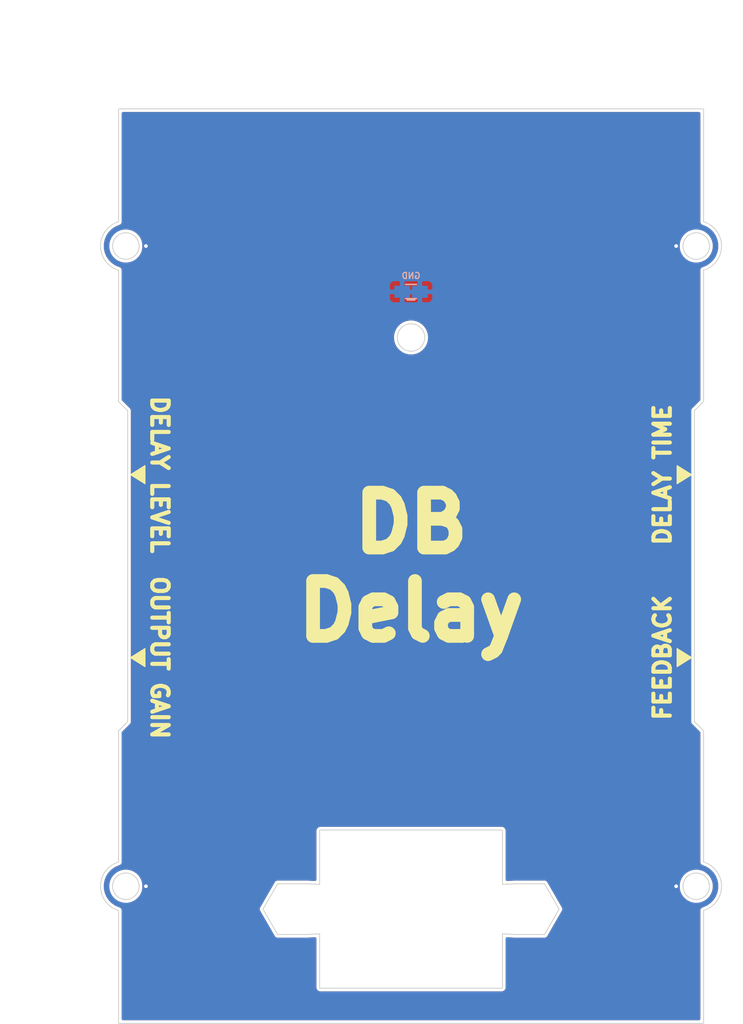
<source format=kicad_pcb>
(kicad_pcb (version 20171130) (host pcbnew "(5.1.6)-1")

  (general
    (thickness 1.6)
    (drawings 95)
    (tracks 4)
    (zones 0)
    (modules 1)
    (nets 2)
  )

  (page A4)
  (layers
    (0 F.Cu signal)
    (31 B.Cu signal)
    (32 B.Adhes user)
    (33 F.Adhes user)
    (34 B.Paste user)
    (35 F.Paste user)
    (36 B.SilkS user)
    (37 F.SilkS user)
    (38 B.Mask user)
    (39 F.Mask user)
    (40 Dwgs.User user)
    (41 Cmts.User user)
    (42 Eco1.User user)
    (43 Eco2.User user)
    (44 Edge.Cuts user)
    (45 Margin user)
    (46 B.CrtYd user)
    (47 F.CrtYd user)
    (48 B.Fab user)
    (49 F.Fab user)
  )

  (setup
    (last_trace_width 0.25)
    (user_trace_width 0.3)
    (user_trace_width 0.4)
    (user_trace_width 0.5)
    (user_trace_width 0.75)
    (user_trace_width 1)
    (user_trace_width 2)
    (user_trace_width 3)
    (trace_clearance 0.2)
    (zone_clearance 0.3)
    (zone_45_only no)
    (trace_min 0.2)
    (via_size 0.8)
    (via_drill 0.4)
    (via_min_size 0.4)
    (via_min_drill 0.3)
    (uvia_size 0.3)
    (uvia_drill 0.1)
    (uvias_allowed no)
    (uvia_min_size 0.2)
    (uvia_min_drill 0.1)
    (edge_width 0.1)
    (segment_width 0.2)
    (pcb_text_width 0.3)
    (pcb_text_size 1.5 1.5)
    (mod_edge_width 0.15)
    (mod_text_size 1 1)
    (mod_text_width 0.15)
    (pad_size 1.7 1.3)
    (pad_drill 0)
    (pad_to_mask_clearance 0.05)
    (aux_axis_origin 0 0)
    (visible_elements 7EFFFFFF)
    (pcbplotparams
      (layerselection 0x010f0_ffffffff)
      (usegerberextensions true)
      (usegerberattributes false)
      (usegerberadvancedattributes false)
      (creategerberjobfile false)
      (excludeedgelayer true)
      (linewidth 0.100000)
      (plotframeref false)
      (viasonmask false)
      (mode 1)
      (useauxorigin true)
      (hpglpennumber 1)
      (hpglpenspeed 20)
      (hpglpendiameter 15.000000)
      (psnegative false)
      (psa4output false)
      (plotreference true)
      (plotvalue true)
      (plotinvisibletext false)
      (padsonsilk false)
      (subtractmaskfromsilk true)
      (outputformat 1)
      (mirror false)
      (drillshape 0)
      (scaleselection 1)
      (outputdirectory "top/"))
  )

  (net 0 "")
  (net 1 GND)

  (net_class Default "これはデフォルトのネット クラスです。"
    (clearance 0.2)
    (trace_width 0.25)
    (via_dia 0.8)
    (via_drill 0.4)
    (uvia_dia 0.3)
    (uvia_drill 0.1)
    (add_net GND)
  )

  (module myFoot:my_Jump-2012M (layer B.Cu) (tedit 6052C3FD) (tstamp 60532F91)
    (at 0 20)
    (descr "Resistor SMD 0805, hand soldering")
    (tags "resistor 0805")
    (attr smd)
    (fp_text reference REF** (at 0 1.7 -180) (layer B.SilkS) hide
      (effects (font (size 0.67 0.67) (thickness 0.127)) (justify mirror))
    )
    (fp_text value GND (at 0 -1.75) (layer B.SilkS)
      (effects (font (size 0.67 0.67) (thickness 0.127)) (justify mirror))
    )
    (fp_line (start -0.6 -0.8) (end 0.6 -0.8) (layer B.SilkS) (width 0.15))
    (fp_line (start -0.4 0.9) (end -0.4 0.75) (layer B.SilkS) (width 0.15))
    (fp_line (start 0.4 0.9) (end 0.4 0.75) (layer B.SilkS) (width 0.15))
    (fp_line (start -0.4 0.9) (end 0.4 0.9) (layer B.SilkS) (width 0.15))
    (fp_line (start -0.6 0.75) (end 0.6 0.75) (layer B.SilkS) (width 0.15))
    (fp_line (start 1.95 -0.9) (end -1.95 -0.9) (layer B.CrtYd) (width 0.05))
    (fp_line (start 1.95 -0.9) (end 1.95 0.9) (layer B.CrtYd) (width 0.05))
    (fp_line (start -1.95 0.9) (end -1.95 -0.9) (layer B.CrtYd) (width 0.05))
    (fp_line (start -1.95 0.9) (end 1.95 0.9) (layer B.CrtYd) (width 0.05))
    (fp_line (start -1 0.62) (end 1 0.62) (layer B.Fab) (width 0.1))
    (fp_line (start 1 0.62) (end 1 -0.62) (layer B.Fab) (width 0.1))
    (fp_line (start 1 -0.62) (end -1 -0.62) (layer B.Fab) (width 0.1))
    (fp_line (start -1 -0.62) (end -1 0.62) (layer B.Fab) (width 0.1))
    (fp_text user %R (at 0 0) (layer B.Fab)
      (effects (font (size 0.67 0.67) (thickness 0.127)) (justify mirror))
    )
    (pad 1 smd rect (at -0.97 0) (size 1.7 1.3) (layers B.Cu B.Paste B.Mask)
      (net 1 GND))
    (pad 2 smd rect (at 0.97 0) (size 1.7 1.3) (layers B.Cu B.Paste B.Mask)
      (net 1 GND))
    (model ${KISYS3DMOD}/Resistors_SMD.3dshapes/R_0805.wrl
      (at (xyz 0 0 0))
      (scale (xyz 1 1 1))
      (rotate (xyz 0 0 0))
    )
    (model ${KISYS3DMOD}/Resistor_SMD.3dshapes/R_0805_2012Metric.wrl
      (at (xyz 0 0 0))
      (scale (xyz 1 1 1))
      (rotate (xyz 0 0 0))
    )
  )

  (gr_text "DB\nDelay" (at 0 50.1) (layer F.SilkS)
    (effects (font (size 6 6) (thickness 1.5)))
  )
  (gr_circle (center -31.2 85) (end -32.65 85) (layer Edge.Cuts) (width 0.1) (tstamp 60534F23))
  (gr_circle (center 31.2 85) (end 29.75 85) (layer Edge.Cuts) (width 0.1) (tstamp 60534F1A))
  (gr_circle (center 31.2 15) (end 29.75 15) (layer Edge.Cuts) (width 0.1) (tstamp 60534F0F))
  (gr_circle (center -31.2 15) (end -32.65 15) (layer Edge.Cuts) (width 0.1))
  (gr_line (start -32 87.649999) (end -32 99.9) (layer Edge.Cuts) (width 0.1) (tstamp 60534EEE))
  (gr_line (start -31.999999 12.350002) (end -32 0.1) (layer Edge.Cuts) (width 0.1) (tstamp 60534ED0))
  (gr_line (start 32 12.350001) (end 32 0.1) (layer Edge.Cuts) (width 0.1))
  (gr_line (start 32 82.350001) (end 32 68) (layer Edge.Cuts) (width 0.1) (tstamp 60534EA1))
  (gr_arc (start 31.2 85) (end 31.999999 87.649999) (angle -146.4032564) (layer Edge.Cuts) (width 0.1) (tstamp 60534E7D))
  (gr_arc (start -31.2 85) (end -31.999999 82.350001) (angle -146.4032564) (layer Edge.Cuts) (width 0.1) (tstamp 60534E73))
  (gr_arc (start -31.2 15.000001) (end -31.999999 12.350002) (angle -146.4032564) (layer Edge.Cuts) (width 0.1) (tstamp 60534E61))
  (gr_arc (start 31.2 15) (end 31.999999 17.649999) (angle -146.4032564) (layer Edge.Cuts) (width 0.1))
  (gr_circle (center -31.2 85) (end -34 85) (layer Dwgs.User) (width 0.15))
  (gr_circle (center 31.2 85) (end 34 85) (layer Dwgs.User) (width 0.15))
  (gr_circle (center -31.2 15) (end -28.4 15) (layer Dwgs.User) (width 0.15))
  (gr_circle (center 31.2 15) (end 28.4 15) (layer Dwgs.User) (width 0.15))
  (gr_circle (center 0 25) (end 1.5 25) (layer Edge.Cuts) (width 0.1))
  (gr_text "OUTPUT GAIN" (at -27.5 60 270) (layer F.SilkS) (tstamp 6052CA2F)
    (effects (font (size 1.8 1.8) (thickness 0.45)))
  )
  (gr_text "DELAY LEVEL" (at -27.5 40 270) (layer F.SilkS) (tstamp 6052CA28)
    (effects (font (size 1.8 1.8) (thickness 0.45)))
  )
  (gr_text FEEDBACK (at 27.5 60 90) (layer F.SilkS) (tstamp 605330A6)
    (effects (font (size 1.8 1.8) (thickness 0.45)))
  )
  (gr_text "DELAY TIME" (at 27.5 40 90) (layer F.SilkS)
    (effects (font (size 1.8 1.8) (thickness 0.45)))
  )
  (gr_poly (pts (xy 29.1 59) (xy 30.7 60) (xy 29.1 61)) (layer F.SilkS) (width 0.1) (tstamp 6052CB2A))
  (gr_poly (pts (xy 29.1 39) (xy 30.7 40) (xy 29.1 41)) (layer F.SilkS) (width 0.1) (tstamp 6052CB25))
  (gr_poly (pts (xy -29.1 61) (xy -30.7 60) (xy -29.1 59)) (layer F.SilkS) (width 0.1) (tstamp 6052CB1F))
  (gr_poly (pts (xy -29.1 41) (xy -30.7 40) (xy -29.1 39)) (layer F.SilkS) (width 0.1))
  (gr_line (start 26.5 60) (end 31 60) (layer Dwgs.User) (width 0.15))
  (gr_line (start 26.5 40) (end 31 40) (layer Dwgs.User) (width 0.15))
  (gr_line (start -26.5 40) (end -31 40) (layer Dwgs.User) (width 0.15))
  (gr_line (start -26.5 60) (end -31 60) (layer Dwgs.User) (width 0.15))
  (gr_line (start -32 68) (end -31 67) (layer Edge.Cuts) (width 0.1) (tstamp 6052C84C))
  (gr_line (start 31 33) (end 32 32) (layer Edge.Cuts) (width 0.1) (tstamp 6052C057))
  (gr_line (start 32 68) (end 31 67) (layer Edge.Cuts) (width 0.1) (tstamp 6052C055))
  (gr_line (start 31 67) (end 31 33) (layer Edge.Cuts) (width 0.1) (tstamp 6052C054))
  (gr_line (start 32 87.65) (end 32 99.9) (layer Edge.Cuts) (width 0.1) (tstamp 6052C052))
  (gr_line (start -31 33) (end -31 67) (layer Edge.Cuts) (width 0.1))
  (gr_line (start -31 33) (end -32 32) (layer Edge.Cuts) (width 0.1))
  (gr_line (start 10 90.2) (end 10 96.05) (layer Edge.Cuts) (width 0.1) (tstamp 6052BFD3))
  (gr_line (start 14.599999 90.27128) (end 16.199997 87.5) (layer Edge.Cuts) (width 0.1) (tstamp 6052BFB8))
  (gr_line (start 11.400001 84.72872) (end 14.599999 84.72872) (layer Edge.Cuts) (width 0.1) (tstamp 6052BFB7))
  (gr_line (start 11.400001 84.72872) (end 10 84.8) (layer Edge.Cuts) (width 0.1) (tstamp 6052BFB6))
  (gr_line (start 11.400001 90.27128) (end 14.599999 90.27128) (layer Edge.Cuts) (width 0.1) (tstamp 6052BFB5))
  (gr_line (start 14.599999 84.72872) (end 16.199997 87.5) (layer Edge.Cuts) (width 0.1) (tstamp 6052BFB4))
  (gr_line (start 11.400001 90.27128) (end 10 90.2) (layer Edge.Cuts) (width 0.1) (tstamp 6052BFB3))
  (gr_line (start -10 84.8) (end -10 78.95) (layer Edge.Cuts) (width 0.1) (tstamp 6052BF75))
  (gr_line (start -14.599999 90.27128) (end -16.199997 87.5) (layer Edge.Cuts) (width 0.1) (tstamp 6052BF16))
  (gr_line (start -11.400001 90.27128) (end -14.599999 90.27128) (layer Edge.Cuts) (width 0.1) (tstamp 6052BF15))
  (gr_line (start -11.400001 90.27128) (end -10 90.2) (layer Edge.Cuts) (width 0.1) (tstamp 6052BF14))
  (gr_line (start -14.599999 84.72872) (end -16.199997 87.5) (layer Edge.Cuts) (width 0.1) (tstamp 6052BEAB))
  (gr_line (start -11.400001 84.72872) (end -14.599999 84.72872) (layer Edge.Cuts) (width 0.1) (tstamp 6052BEA8))
  (gr_line (start -11.400001 84.72872) (end -10 84.8) (layer Edge.Cuts) (width 0.1))
  (gr_arc (start -9.9 96.05) (end -10 96.05) (angle -90) (layer Edge.Cuts) (width 0.1))
  (gr_arc (start 9.9 96.05) (end 9.9 96.15) (angle -90) (layer Edge.Cuts) (width 0.1))
  (gr_arc (start 9.9 78.95) (end 10 78.95) (angle -90) (layer Edge.Cuts) (width 0.1))
  (gr_arc (start -9.9 78.95) (end -9.9 78.85) (angle -90) (layer Edge.Cuts) (width 0.1))
  (gr_line (start -10 96.05) (end -10 90.2) (layer Edge.Cuts) (width 0.1))
  (gr_line (start 9.9 96.15) (end -9.9 96.15) (layer Edge.Cuts) (width 0.1))
  (gr_line (start 10 78.95) (end 10 84.8) (layer Edge.Cuts) (width 0.1))
  (gr_line (start -9.9 78.85) (end 9.9 78.85) (layer Edge.Cuts) (width 0.1))
  (gr_arc (start -31.9 99.9) (end -32 99.9) (angle -90) (layer Edge.Cuts) (width 0.1))
  (gr_arc (start -31.9 0.1) (end -31.9 0) (angle -90) (layer Edge.Cuts) (width 0.1))
  (gr_arc (start 31.9 0.1) (end 32 0.1) (angle -90) (layer Edge.Cuts) (width 0.1))
  (gr_arc (start 31.9 99.9) (end 31.9 100) (angle -90) (layer Edge.Cuts) (width 0.1))
  (gr_line (start -32 68) (end -31.999999 82.350001) (layer Edge.Cuts) (width 0.1) (tstamp 605151B9))
  (gr_line (start 10 100) (end 31.9 100) (layer Edge.Cuts) (width 0.1) (tstamp 6051517D))
  (dimension 64 (width 0.15) (layer Dwgs.User)
    (gr_text "64.000 mm" (at 0 -11.2) (layer Dwgs.User)
      (effects (font (size 1 1) (thickness 0.15)))
    )
    (feature1 (pts (xy 32 0) (xy 32 -10.486421)))
    (feature2 (pts (xy -32 0) (xy -32 -10.486421)))
    (crossbar (pts (xy -32 -9.9) (xy 32 -9.9)))
    (arrow1a (pts (xy 32 -9.9) (xy 30.873496 -9.313579)))
    (arrow1b (pts (xy 32 -9.9) (xy 30.873496 -10.486421)))
    (arrow2a (pts (xy -32 -9.9) (xy -30.873496 -9.313579)))
    (arrow2b (pts (xy -32 -9.9) (xy -30.873496 -10.486421)))
  )
  (gr_circle (center 31.2 85) (end 32.7 85) (layer Cmts.User) (width 0.15) (tstamp 6050C9AD))
  (gr_circle (center -31.2 85) (end -29.7 85) (layer Cmts.User) (width 0.15) (tstamp 6050C9AB))
  (gr_circle (center 31.2 15) (end 32.7 15) (layer Cmts.User) (width 0.15) (tstamp 6050C9A9))
  (gr_circle (center -31.2 15) (end -29.7 15) (layer Cmts.User) (width 0.15))
  (gr_line (start 32 50) (end -32 50) (layer Cmts.User) (width 0.15))
  (gr_line (start -17.4 29) (end -17.4 98.4) (layer Cmts.User) (width 0.15) (tstamp 5FD7CBAB))
  (gr_line (start 17.4 29) (end 17.4 98.4) (layer Cmts.User) (width 0.15))
  (gr_line (start 30.4 98.4) (end 30.4 1.6) (layer Cmts.User) (width 0.15))
  (gr_line (start -30.4 1.6) (end -30.4 98.4) (layer Cmts.User) (width 0.15))
  (gr_line (start -32 99) (end -32 1) (layer Cmts.User) (width 0.15) (tstamp 5FD4FE8C))
  (gr_line (start 32 98.4) (end -32 98.4) (layer Cmts.User) (width 0.15))
  (gr_line (start 32 1) (end 32 100) (layer Cmts.User) (width 0.15))
  (gr_line (start -32 1.6) (end 32 1.6) (layer Cmts.User) (width 0.15))
  (dimension 100 (width 0.15) (layer Dwgs.User)
    (gr_text "100.000 mm" (at -41.3 50 270) (layer Dwgs.User)
      (effects (font (size 1 1) (thickness 0.15)))
    )
    (feature1 (pts (xy -33 100) (xy -40.586421 100)))
    (feature2 (pts (xy -33 0) (xy -40.586421 0)))
    (crossbar (pts (xy -40 0) (xy -40 100)))
    (arrow1a (pts (xy -40 100) (xy -40.586421 98.873496)))
    (arrow1b (pts (xy -40 100) (xy -39.413579 98.873496)))
    (arrow2a (pts (xy -40 0) (xy -40.586421 1.126504)))
    (arrow2b (pts (xy -40 0) (xy -39.413579 1.126504)))
  )
  (gr_line (start 32.787643 -2.778375) (end 29.568634 -2.75293) (layer Dwgs.User) (width 0.15) (tstamp 5FD4D488))
  (gr_line (start 34.399998 0) (end 32.787643 -2.778375) (layer Dwgs.User) (width 0.15) (tstamp 5FD4D487))
  (gr_line (start 32.831367 2.752932) (end 34.399998 0) (layer Dwgs.User) (width 0.15) (tstamp 5FD4D486))
  (gr_line (start 29.612356 2.778377) (end 32.831366 2.752931) (layer Dwgs.User) (width 0.15) (tstamp 5FD4D485))
  (gr_line (start 28 0) (end 29.612356 2.778377) (layer Dwgs.User) (width 0.15) (tstamp 5FD4D484))
  (gr_line (start 29.568634 -2.75293) (end 28 0) (layer Dwgs.User) (width 0.15))
  (gr_circle (center 31.2 0) (end 29.7 0) (layer Dwgs.User) (width 0.15))
  (dimension 3.2 (width 0.15) (layer Dwgs.User)
    (gr_text "3.200 mm" (at 29.6 -7.4) (layer Dwgs.User)
      (effects (font (size 1 1) (thickness 0.15)))
    )
    (feature1 (pts (xy 28 0) (xy 28 -6.686421)))
    (feature2 (pts (xy 31.2 0) (xy 31.2 -6.686421)))
    (crossbar (pts (xy 31.2 -6.1) (xy 28 -6.1)))
    (arrow1a (pts (xy 28 -6.1) (xy 29.126504 -6.686421)))
    (arrow1b (pts (xy 28 -6.1) (xy 29.126504 -5.513579)))
    (arrow2a (pts (xy 31.2 -6.1) (xy 30.073496 -6.686421)))
    (arrow2b (pts (xy 31.2 -6.1) (xy 30.073496 -5.513579)))
  )
  (dimension 1.6 (width 0.15) (layer Dwgs.User)
    (gr_text "1.600 mm" (at 31.2 -4.8) (layer Dwgs.User)
      (effects (font (size 1 1) (thickness 0.15)))
    )
    (feature1 (pts (xy 30.4 0) (xy 30.4 -4.086421)))
    (feature2 (pts (xy 32 0) (xy 32 -4.086421)))
    (crossbar (pts (xy 32 -3.5) (xy 30.4 -3.5)))
    (arrow1a (pts (xy 30.4 -3.5) (xy 31.526504 -4.086421)))
    (arrow1b (pts (xy 30.4 -3.5) (xy 31.526504 -2.913579)))
    (arrow2a (pts (xy 32 -3.5) (xy 30.873496 -4.086421)))
    (arrow2b (pts (xy 32 -3.5) (xy 30.873496 -2.913579)))
  )
  (dimension 1 (width 0.15) (layer Dwgs.User)
    (gr_text "1.000 mm" (at 32.5 -2.3) (layer Dwgs.User)
      (effects (font (size 1 1) (thickness 0.15)))
    )
    (feature1 (pts (xy 32 0) (xy 32 -1.586421)))
    (feature2 (pts (xy 33 0) (xy 33 -1.586421)))
    (crossbar (pts (xy 33 -1) (xy 32 -1)))
    (arrow1a (pts (xy 32 -1) (xy 33.126504 -1.586421)))
    (arrow1b (pts (xy 32 -1) (xy 33.126504 -0.413579)))
    (arrow2a (pts (xy 33 -1) (xy 31.873496 -1.586421)))
    (arrow2b (pts (xy 33 -1) (xy 31.873496 -0.413579)))
  )
  (gr_line (start 10 100) (end -31.9 100) (layer Edge.Cuts) (width 0.1) (tstamp 5FD4D467))
  (gr_line (start -32 17.65) (end -32 32) (layer Edge.Cuts) (width 0.1) (tstamp 5FD4D463))
  (gr_line (start 31.999999 17.649999) (end 32 32) (layer Edge.Cuts) (width 0.1))
  (gr_line (start 10 0) (end -31.9 0) (layer Edge.Cuts) (width 0.1) (tstamp 5FD4D45E))
  (gr_line (start 10 0) (end 31.9 0) (layer Edge.Cuts) (width 0.1))

  (via (at -29 85) (size 0.8) (drill 0.4) (layers F.Cu B.Cu) (net 1))
  (via (at -29 15) (size 0.8) (drill 0.4) (layers F.Cu B.Cu) (net 1))
  (via (at 29 15) (size 0.8) (drill 0.4) (layers F.Cu B.Cu) (net 1))
  (via (at 29 85) (size 0.8) (drill 0.4) (layers F.Cu B.Cu) (net 1))

  (zone (net 1) (net_name GND) (layer B.Cu) (tstamp 60543D09) (hatch edge 0.508)
    (connect_pads (clearance 0.3))
    (min_thickness 0.3)
    (fill yes (arc_segments 32) (thermal_gap 0.5) (thermal_bridge_width 0.5))
    (polygon
      (pts
        (xy 34 100) (xy -34 100) (xy -34 0) (xy 34 0)
      )
    )
    (filled_polygon
      (pts
        (xy 31.5 12.37456) (xy 31.507235 12.448017) (xy 31.535825 12.542267) (xy 31.582254 12.62913) (xy 31.644736 12.705265)
        (xy 31.720871 12.767747) (xy 31.807733 12.814176) (xy 31.831771 12.821468) (xy 32.263636 12.999454) (xy 32.631956 13.244151)
        (xy 32.945728 13.555723) (xy 33.19301 13.922311) (xy 33.364377 14.329944) (xy 33.453305 14.763103) (xy 33.456404 15.205287)
        (xy 33.373558 15.639646) (xy 33.207922 16.049644) (xy 32.965803 16.419663) (xy 32.656428 16.735603) (xy 32.291576 16.985438)
        (xy 31.864182 17.168634) (xy 31.853245 17.172019) (xy 31.807732 17.185825) (xy 31.72087 17.232254) (xy 31.644735 17.294736)
        (xy 31.582253 17.370871) (xy 31.535824 17.457733) (xy 31.507234 17.551983) (xy 31.502387 17.601193) (xy 31.502386 17.601199)
        (xy 31.502386 17.601205) (xy 31.499999 17.62544) (xy 31.500001 31.792892) (xy 30.663819 32.629076) (xy 30.644737 32.644736)
        (xy 30.582255 32.720871) (xy 30.535827 32.807732) (xy 30.535826 32.807733) (xy 30.507235 32.901983) (xy 30.497581 33)
        (xy 30.500001 33.02457) (xy 30.5 66.97544) (xy 30.497581 67) (xy 30.5 67.024559) (xy 30.507235 67.098016)
        (xy 30.535825 67.192266) (xy 30.582254 67.279129) (xy 30.644736 67.355264) (xy 30.663824 67.370929) (xy 31.500001 68.207108)
        (xy 31.5 82.37456) (xy 31.507235 82.448017) (xy 31.535825 82.542267) (xy 31.582254 82.62913) (xy 31.644736 82.705265)
        (xy 31.720871 82.767747) (xy 31.807733 82.814176) (xy 31.831771 82.821468) (xy 32.263636 82.999454) (xy 32.631956 83.244151)
        (xy 32.945728 83.555723) (xy 33.19301 83.922311) (xy 33.364377 84.329944) (xy 33.453305 84.763103) (xy 33.456404 85.205287)
        (xy 33.373558 85.639646) (xy 33.207922 86.049644) (xy 32.965803 86.419663) (xy 32.656428 86.735603) (xy 32.291576 86.985438)
        (xy 31.864182 87.168634) (xy 31.853196 87.172034) (xy 31.807733 87.185825) (xy 31.720871 87.232254) (xy 31.644736 87.294736)
        (xy 31.582254 87.370871) (xy 31.558533 87.415249) (xy 31.558529 87.415256) (xy 31.558526 87.415263) (xy 31.535825 87.457734)
        (xy 31.521346 87.505465) (xy 31.521342 87.505475) (xy 31.52134 87.505486) (xy 31.507235 87.551984) (xy 31.502389 87.601182)
        (xy 31.502386 87.601199) (xy 31.502386 87.601216) (xy 31.5 87.625441) (xy 31.500001 99.5) (xy -31.5 99.5)
        (xy -31.5 87.625439) (xy -31.507235 87.551982) (xy -31.53297 87.467141) (xy -16.70134 87.467141) (xy -16.700264 87.5)
        (xy -16.70134 87.532859) (xy -16.698656 87.549115) (xy -16.698117 87.565579) (xy -16.690652 87.597595) (xy -16.685296 87.630035)
        (xy -16.679493 87.645454) (xy -16.675752 87.661497) (xy -16.662183 87.691444) (xy -16.650602 87.722214) (xy -16.628924 87.757076)
        (xy -15.037099 90.514201) (xy -15.017745 90.550409) (xy -14.996887 90.575825) (xy -14.977738 90.602547) (xy -14.965716 90.613807)
        (xy -14.955263 90.626544) (xy -14.929845 90.647404) (xy -14.905853 90.669875) (xy -14.891864 90.678574) (xy -14.879128 90.689026)
        (xy -14.850129 90.704527) (xy -14.822214 90.721885) (xy -14.806799 90.727687) (xy -14.792266 90.735455) (xy -14.760797 90.745001)
        (xy -14.730035 90.756579) (xy -14.713783 90.759262) (xy -14.698016 90.764045) (xy -14.665294 90.767268) (xy -14.632859 90.772623)
        (xy -14.59184 90.77128) (xy -11.41182 90.77128) (xy -11.399106 90.771882) (xy -11.387282 90.77128) (xy -11.375441 90.77128)
        (xy -11.36277 90.770032) (xy -10.499999 90.726104) (xy -10.5 96.074559) (xy -10.497936 96.09551) (xy -10.49794 96.096012)
        (xy -10.497259 96.10296) (xy -10.496363 96.111481) (xy -10.492765 96.148016) (xy -10.48446 96.175394) (xy -10.47761 96.211296)
        (xy -10.475592 96.217979) (xy -10.46982 96.236623) (xy -10.452255 96.278403) (xy -10.435289 96.320397) (xy -10.432012 96.326561)
        (xy -10.42273 96.343728) (xy -10.397387 96.381302) (xy -10.372567 96.419228) (xy -10.368166 96.424624) (xy -10.368163 96.424629)
        (xy -10.36816 96.424632) (xy -10.368155 96.424638) (xy -10.355714 96.439676) (xy -10.323537 96.471628) (xy -10.291859 96.503977)
        (xy -10.28648 96.508427) (xy -10.286475 96.508431) (xy -10.286471 96.508435) (xy -10.286467 96.508438) (xy -10.271356 96.520762)
        (xy -10.233624 96.545832) (xy -10.196227 96.571439) (xy -10.190086 96.57476) (xy -10.172854 96.583923) (xy -10.130921 96.601208)
        (xy -10.089291 96.61905) (xy -10.082639 96.62111) (xy -10.082633 96.621112) (xy -10.082622 96.621115) (xy -10.063938 96.626756)
        (xy -10.026082 96.634252) (xy -9.998017 96.642765) (xy -9.969636 96.64556) (xy -9.968216 96.64571) (xy -9.968213 96.64571)
        (xy -9.968203 96.645711) (xy -9.94878 96.647615) (xy -9.948775 96.647615) (xy -9.92456 96.65) (xy 9.92456 96.65)
        (xy 9.945511 96.647937) (xy 9.946012 96.64794) (xy 9.95296 96.647259) (xy 9.961466 96.646365) (xy 9.998017 96.642765)
        (xy 10.025396 96.63446) (xy 10.061296 96.62761) (xy 10.067957 96.625599) (xy 10.06796 96.625598) (xy 10.067962 96.625597)
        (xy 10.067979 96.625592) (xy 10.086623 96.61982) (xy 10.128403 96.602255) (xy 10.170397 96.585289) (xy 10.176561 96.582012)
        (xy 10.193728 96.57273) (xy 10.231302 96.547387) (xy 10.269228 96.522567) (xy 10.274624 96.518166) (xy 10.274629 96.518163)
        (xy 10.274632 96.51816) (xy 10.274638 96.518155) (xy 10.289676 96.505714) (xy 10.321628 96.473537) (xy 10.353977 96.441859)
        (xy 10.358427 96.43648) (xy 10.358431 96.436475) (xy 10.358435 96.436471) (xy 10.358438 96.436467) (xy 10.370762 96.421356)
        (xy 10.395832 96.383624) (xy 10.421439 96.346227) (xy 10.42476 96.340086) (xy 10.433923 96.322854) (xy 10.451208 96.280921)
        (xy 10.46905 96.239291) (xy 10.471115 96.232622) (xy 10.476756 96.213938) (xy 10.484252 96.176082) (xy 10.492765 96.148017)
        (xy 10.49556 96.119636) (xy 10.495711 96.118203) (xy 10.497615 96.09878) (xy 10.497615 96.098775) (xy 10.5 96.07456)
        (xy 10.5 90.726105) (xy 11.362772 90.770032) (xy 11.375441 90.77128) (xy 11.38728 90.77128) (xy 11.399104 90.771882)
        (xy 11.411818 90.77128) (xy 14.59184 90.77128) (xy 14.632858 90.772623) (xy 14.665292 90.767268) (xy 14.698016 90.764045)
        (xy 14.713784 90.759262) (xy 14.730034 90.756579) (xy 14.760792 90.745002) (xy 14.792266 90.735455) (xy 14.806802 90.727685)
        (xy 14.822213 90.721885) (xy 14.850122 90.70453) (xy 14.879128 90.689026) (xy 14.891867 90.678571) (xy 14.905852 90.669875)
        (xy 14.929837 90.64741) (xy 14.955263 90.626544) (xy 14.965719 90.613803) (xy 14.977737 90.602547) (xy 14.996879 90.575835)
        (xy 15.017745 90.550409) (xy 15.037111 90.514178) (xy 16.628928 87.757069) (xy 16.650602 87.722214) (xy 16.662181 87.69145)
        (xy 16.675752 87.661498) (xy 16.679493 87.645452) (xy 16.685296 87.630035) (xy 16.690652 87.597597) (xy 16.698117 87.56558)
        (xy 16.698656 87.549116) (xy 16.70134 87.53286) (xy 16.700264 87.5) (xy 16.70134 87.46714) (xy 16.698656 87.450884)
        (xy 16.698117 87.43442) (xy 16.690652 87.402403) (xy 16.685296 87.369965) (xy 16.679493 87.354548) (xy 16.675752 87.338502)
        (xy 16.662181 87.30855) (xy 16.650602 87.277786) (xy 16.628928 87.242931) (xy 15.222489 84.806906) (xy 29.239486 84.806906)
        (xy 29.239486 85.193094) (xy 29.314828 85.571861) (xy 29.462615 85.928652) (xy 29.677169 86.249755) (xy 29.950245 86.522831)
        (xy 30.271348 86.737385) (xy 30.628139 86.885172) (xy 31.006906 86.960514) (xy 31.393094 86.960514) (xy 31.771861 86.885172)
        (xy 32.128652 86.737385) (xy 32.449755 86.522831) (xy 32.722831 86.249755) (xy 32.937385 85.928652) (xy 33.085172 85.571861)
        (xy 33.160514 85.193094) (xy 33.160514 84.806906) (xy 33.085172 84.428139) (xy 32.937385 84.071348) (xy 32.722831 83.750245)
        (xy 32.449755 83.477169) (xy 32.128652 83.262615) (xy 31.771861 83.114828) (xy 31.393094 83.039486) (xy 31.006906 83.039486)
        (xy 30.628139 83.114828) (xy 30.271348 83.262615) (xy 29.950245 83.477169) (xy 29.677169 83.750245) (xy 29.462615 84.071348)
        (xy 29.314828 84.428139) (xy 29.239486 84.806906) (xy 15.222489 84.806906) (xy 15.037111 84.485822) (xy 15.017745 84.449591)
        (xy 14.996879 84.424165) (xy 14.977737 84.397453) (xy 14.965719 84.386197) (xy 14.955263 84.373456) (xy 14.929837 84.35259)
        (xy 14.905852 84.330125) (xy 14.891867 84.321429) (xy 14.879128 84.310974) (xy 14.850122 84.29547) (xy 14.822213 84.278115)
        (xy 14.806802 84.272315) (xy 14.792266 84.264545) (xy 14.760792 84.254998) (xy 14.730034 84.243421) (xy 14.713784 84.240738)
        (xy 14.698016 84.235955) (xy 14.665292 84.232732) (xy 14.632858 84.227377) (xy 14.59184 84.22872) (xy 11.411818 84.22872)
        (xy 11.399104 84.228118) (xy 11.38728 84.22872) (xy 11.375441 84.22872) (xy 11.362772 84.229968) (xy 10.5 84.273895)
        (xy 10.5 78.92544) (xy 10.497937 78.904489) (xy 10.49794 78.903988) (xy 10.497259 78.89704) (xy 10.496365 78.888534)
        (xy 10.492765 78.851983) (xy 10.48446 78.824604) (xy 10.47761 78.788704) (xy 10.475592 78.782021) (xy 10.46982 78.763377)
        (xy 10.452245 78.721572) (xy 10.435289 78.679604) (xy 10.432012 78.673439) (xy 10.42273 78.656272) (xy 10.397397 78.618714)
        (xy 10.372567 78.580772) (xy 10.368167 78.575378) (xy 10.368163 78.575372) (xy 10.368157 78.575366) (xy 10.368154 78.575362)
        (xy 10.355714 78.560324) (xy 10.323554 78.528388) (xy 10.291859 78.496023) (xy 10.28648 78.491573) (xy 10.286475 78.491569)
        (xy 10.286471 78.491565) (xy 10.286467 78.491562) (xy 10.271356 78.479238) (xy 10.233624 78.454168) (xy 10.196227 78.428561)
        (xy 10.190087 78.425241) (xy 10.172854 78.416077) (xy 10.130921 78.398792) (xy 10.089291 78.38095) (xy 10.082639 78.37889)
        (xy 10.082633 78.378888) (xy 10.082622 78.378885) (xy 10.063938 78.373244) (xy 10.026082 78.365748) (xy 9.998017 78.357235)
        (xy 9.969636 78.35444) (xy 9.968216 78.35429) (xy 9.968213 78.35429) (xy 9.968203 78.354289) (xy 9.94878 78.352385)
        (xy 9.948775 78.352385) (xy 9.92456 78.35) (xy -9.92456 78.35) (xy -9.945511 78.352063) (xy -9.946012 78.35206)
        (xy -9.95296 78.352741) (xy -9.961466 78.353635) (xy -9.998017 78.357235) (xy -10.025396 78.36554) (xy -10.061296 78.37239)
        (xy -10.067957 78.374401) (xy -10.06796 78.374402) (xy -10.067962 78.374403) (xy -10.067979 78.374408) (xy -10.086623 78.38018)
        (xy -10.128428 78.397755) (xy -10.170396 78.414711) (xy -10.176561 78.417988) (xy -10.176578 78.417997) (xy -10.176582 78.417999)
        (xy -10.193728 78.42727) (xy -10.231286 78.452603) (xy -10.269228 78.477433) (xy -10.274622 78.481833) (xy -10.274628 78.481837)
        (xy -10.274632 78.481841) (xy -10.274638 78.481846) (xy -10.289676 78.494286) (xy -10.321612 78.526446) (xy -10.353977 78.558141)
        (xy -10.358427 78.56352) (xy -10.358431 78.563525) (xy -10.358435 78.563529) (xy -10.358438 78.563533) (xy -10.370762 78.578644)
        (xy -10.395832 78.616376) (xy -10.421439 78.653773) (xy -10.424759 78.659913) (xy -10.433923 78.677146) (xy -10.451208 78.719079)
        (xy -10.46905 78.760709) (xy -10.471115 78.767378) (xy -10.476756 78.786062) (xy -10.484254 78.823928) (xy -10.492764 78.851983)
        (xy -10.495544 78.880213) (xy -10.495711 78.881797) (xy -10.497615 78.90122) (xy -10.497615 78.901235) (xy -10.499999 78.92544)
        (xy -10.5 84.273895) (xy -11.36277 84.229968) (xy -11.375441 84.22872) (xy -11.387282 84.22872) (xy -11.399106 84.228118)
        (xy -11.41182 84.22872) (xy -14.59184 84.22872) (xy -14.632859 84.227377) (xy -14.665294 84.232732) (xy -14.698016 84.235955)
        (xy -14.713783 84.240738) (xy -14.730035 84.243421) (xy -14.760797 84.254999) (xy -14.792266 84.264545) (xy -14.806799 84.272313)
        (xy -14.822214 84.278115) (xy -14.850129 84.295473) (xy -14.879128 84.310974) (xy -14.891864 84.321426) (xy -14.905853 84.330125)
        (xy -14.929845 84.352596) (xy -14.955263 84.373456) (xy -14.965716 84.386193) (xy -14.977738 84.397453) (xy -14.996887 84.424175)
        (xy -15.017745 84.449591) (xy -15.037099 84.485799) (xy -16.628924 87.242924) (xy -16.650602 87.277786) (xy -16.662183 87.308556)
        (xy -16.675752 87.338503) (xy -16.679493 87.354546) (xy -16.685296 87.369965) (xy -16.690652 87.402405) (xy -16.698117 87.434421)
        (xy -16.698656 87.450885) (xy -16.70134 87.467141) (xy -31.53297 87.467141) (xy -31.535825 87.457732) (xy -31.582254 87.37087)
        (xy -31.644736 87.294735) (xy -31.720871 87.232253) (xy -31.807734 87.185824) (xy -31.831772 87.178532) (xy -32.26364 87.000543)
        (xy -32.631954 86.755851) (xy -32.945728 86.444277) (xy -33.193011 86.077687) (xy -33.364377 85.670056) (xy -33.453305 85.236896)
        (xy -33.456318 84.806906) (xy -33.160514 84.806906) (xy -33.160514 85.193094) (xy -33.085172 85.571861) (xy -32.937385 85.928652)
        (xy -32.722831 86.249755) (xy -32.449755 86.522831) (xy -32.128652 86.737385) (xy -31.771861 86.885172) (xy -31.393094 86.960514)
        (xy -31.006906 86.960514) (xy -30.628139 86.885172) (xy -30.271348 86.737385) (xy -29.950245 86.522831) (xy -29.677169 86.249755)
        (xy -29.462615 85.928652) (xy -29.314828 85.571861) (xy -29.239486 85.193094) (xy -29.239486 84.806906) (xy -29.314828 84.428139)
        (xy -29.462615 84.071348) (xy -29.677169 83.750245) (xy -29.950245 83.477169) (xy -30.271348 83.262615) (xy -30.628139 83.114828)
        (xy -31.006906 83.039486) (xy -31.393094 83.039486) (xy -31.771861 83.114828) (xy -32.128652 83.262615) (xy -32.449755 83.477169)
        (xy -32.722831 83.750245) (xy -32.937385 84.071348) (xy -33.085172 84.428139) (xy -33.160514 84.806906) (xy -33.456318 84.806906)
        (xy -33.456404 84.794713) (xy -33.373558 84.360353) (xy -33.207923 83.950358) (xy -32.965804 83.580339) (xy -32.656428 83.264397)
        (xy -32.291577 83.014563) (xy -31.86418 82.831366) (xy -31.853294 82.827996) (xy -31.807732 82.814175) (xy -31.72087 82.767746)
        (xy -31.644735 82.705264) (xy -31.582253 82.629129) (xy -31.535824 82.542267) (xy -31.507234 82.448017) (xy -31.502387 82.398807)
        (xy -31.502386 82.398801) (xy -31.502386 82.398795) (xy -31.499999 82.37456) (xy -31.500001 68.207106) (xy -30.663813 67.37092)
        (xy -30.644736 67.355264) (xy -30.582254 67.279129) (xy -30.535825 67.192267) (xy -30.507235 67.098017) (xy -30.5 67.02456)
        (xy -30.5 67.024559) (xy -30.497581 67) (xy -30.5 66.97544) (xy -30.5 33.02456) (xy -30.497581 33)
        (xy -30.507235 32.901983) (xy -30.535825 32.807734) (xy -30.535825 32.807733) (xy -30.582254 32.720871) (xy -30.644736 32.644736)
        (xy -30.663813 32.62908) (xy -31.5 31.792895) (xy -31.5 24.802005) (xy -2.010273 24.802005) (xy -2.010273 25.197995)
        (xy -1.933019 25.586375) (xy -1.781481 25.952221) (xy -1.561481 26.281474) (xy -1.281474 26.561481) (xy -0.952221 26.781481)
        (xy -0.586375 26.933019) (xy -0.197995 27.010273) (xy 0.197995 27.010273) (xy 0.586375 26.933019) (xy 0.952221 26.781481)
        (xy 1.281474 26.561481) (xy 1.561481 26.281474) (xy 1.781481 25.952221) (xy 1.933019 25.586375) (xy 2.010273 25.197995)
        (xy 2.010273 24.802005) (xy 1.933019 24.413625) (xy 1.781481 24.047779) (xy 1.561481 23.718526) (xy 1.281474 23.438519)
        (xy 0.952221 23.218519) (xy 0.586375 23.066981) (xy 0.197995 22.989727) (xy -0.197995 22.989727) (xy -0.586375 23.066981)
        (xy -0.952221 23.218519) (xy -1.281474 23.438519) (xy -1.561481 23.718526) (xy -1.781481 24.047779) (xy -1.933019 24.413625)
        (xy -2.010273 24.802005) (xy -31.5 24.802005) (xy -31.5 20.65) (xy -2.473145 20.65) (xy -2.460595 20.777422)
        (xy -2.423427 20.899948) (xy -2.36307 21.012868) (xy -2.281843 21.111843) (xy -2.182868 21.19307) (xy -2.069948 21.253427)
        (xy -1.947422 21.290595) (xy -1.82 21.303145) (xy -1.2325 21.3) (xy -1.07 21.1375) (xy -1.07 20.1)
        (xy -0.87 20.1) (xy -0.87 21.1375) (xy -0.7075 21.3) (xy -0.12 21.303145) (xy 0 21.291326)
        (xy 0.12 21.303145) (xy 0.7075 21.3) (xy 0.87 21.1375) (xy 0.87 20.1) (xy 1.07 20.1)
        (xy 1.07 21.1375) (xy 1.2325 21.3) (xy 1.82 21.303145) (xy 1.947422 21.290595) (xy 2.069948 21.253427)
        (xy 2.182868 21.19307) (xy 2.281843 21.111843) (xy 2.36307 21.012868) (xy 2.423427 20.899948) (xy 2.460595 20.777422)
        (xy 2.473145 20.65) (xy 2.47 20.2625) (xy 2.3075 20.1) (xy 1.07 20.1) (xy 0.87 20.1)
        (xy -0.87 20.1) (xy -1.07 20.1) (xy -2.3075 20.1) (xy -2.47 20.2625) (xy -2.473145 20.65)
        (xy -31.5 20.65) (xy -31.5 19.35) (xy -2.473145 19.35) (xy -2.47 19.7375) (xy -2.3075 19.9)
        (xy -1.07 19.9) (xy -1.07 18.8625) (xy -0.87 18.8625) (xy -0.87 19.9) (xy 0.87 19.9)
        (xy 0.87 18.8625) (xy 1.07 18.8625) (xy 1.07 19.9) (xy 2.3075 19.9) (xy 2.47 19.7375)
        (xy 2.473145 19.35) (xy 2.460595 19.222578) (xy 2.423427 19.100052) (xy 2.36307 18.987132) (xy 2.281843 18.888157)
        (xy 2.182868 18.80693) (xy 2.069948 18.746573) (xy 1.947422 18.709405) (xy 1.82 18.696855) (xy 1.2325 18.7)
        (xy 1.07 18.8625) (xy 0.87 18.8625) (xy 0.7075 18.7) (xy 0.12 18.696855) (xy 0 18.708674)
        (xy -0.12 18.696855) (xy -0.7075 18.7) (xy -0.87 18.8625) (xy -1.07 18.8625) (xy -1.2325 18.7)
        (xy -1.82 18.696855) (xy -1.947422 18.709405) (xy -2.069948 18.746573) (xy -2.182868 18.80693) (xy -2.281843 18.888157)
        (xy -2.36307 18.987132) (xy -2.423427 19.100052) (xy -2.460595 19.222578) (xy -2.473145 19.35) (xy -31.5 19.35)
        (xy -31.5 17.62544) (xy -31.507235 17.551983) (xy -31.535825 17.457733) (xy -31.582254 17.370871) (xy -31.644736 17.294736)
        (xy -31.720871 17.232254) (xy -31.807734 17.185825) (xy -31.831772 17.178533) (xy -32.26364 17.000544) (xy -32.631954 16.755852)
        (xy -32.945728 16.444278) (xy -33.193011 16.077688) (xy -33.364377 15.670057) (xy -33.453305 15.236897) (xy -33.456318 14.806906)
        (xy -33.160514 14.806906) (xy -33.160514 15.193094) (xy -33.085172 15.571861) (xy -32.937385 15.928652) (xy -32.722831 16.249755)
        (xy -32.449755 16.522831) (xy -32.128652 16.737385) (xy -31.771861 16.885172) (xy -31.393094 16.960514) (xy -31.006906 16.960514)
        (xy -30.628139 16.885172) (xy -30.271348 16.737385) (xy -29.950245 16.522831) (xy -29.677169 16.249755) (xy -29.462615 15.928652)
        (xy -29.314828 15.571861) (xy -29.239486 15.193094) (xy -29.239486 14.806906) (xy 29.239486 14.806906) (xy 29.239486 15.193094)
        (xy 29.314828 15.571861) (xy 29.462615 15.928652) (xy 29.677169 16.249755) (xy 29.950245 16.522831) (xy 30.271348 16.737385)
        (xy 30.628139 16.885172) (xy 31.006906 16.960514) (xy 31.393094 16.960514) (xy 31.771861 16.885172) (xy 32.128652 16.737385)
        (xy 32.449755 16.522831) (xy 32.722831 16.249755) (xy 32.937385 15.928652) (xy 33.085172 15.571861) (xy 33.160514 15.193094)
        (xy 33.160514 14.806906) (xy 33.085172 14.428139) (xy 32.937385 14.071348) (xy 32.722831 13.750245) (xy 32.449755 13.477169)
        (xy 32.128652 13.262615) (xy 31.771861 13.114828) (xy 31.393094 13.039486) (xy 31.006906 13.039486) (xy 30.628139 13.114828)
        (xy 30.271348 13.262615) (xy 29.950245 13.477169) (xy 29.677169 13.750245) (xy 29.462615 14.071348) (xy 29.314828 14.428139)
        (xy 29.239486 14.806906) (xy -29.239486 14.806906) (xy -29.314828 14.428139) (xy -29.462615 14.071348) (xy -29.677169 13.750245)
        (xy -29.950245 13.477169) (xy -30.271348 13.262615) (xy -30.628139 13.114828) (xy -31.006906 13.039486) (xy -31.393094 13.039486)
        (xy -31.771861 13.114828) (xy -32.128652 13.262615) (xy -32.449755 13.477169) (xy -32.722831 13.750245) (xy -32.937385 14.071348)
        (xy -33.085172 14.428139) (xy -33.160514 14.806906) (xy -33.456318 14.806906) (xy -33.456404 14.794714) (xy -33.373558 14.360354)
        (xy -33.207923 13.950359) (xy -32.965804 13.58034) (xy -32.656428 13.264398) (xy -32.291577 13.014564) (xy -31.86418 12.831367)
        (xy -31.853294 12.827997) (xy -31.807732 12.814176) (xy -31.72087 12.767747) (xy -31.644735 12.705265) (xy -31.582253 12.62913)
        (xy -31.535824 12.542268) (xy -31.507234 12.448018) (xy -31.502387 12.398808) (xy -31.502386 12.398802) (xy -31.502386 12.398796)
        (xy -31.499999 12.374561) (xy -31.500001 0.5) (xy 31.500001 0.5)
      )
    )
  )
  (zone (net 1) (net_name GND) (layer F.Cu) (tstamp 60543D06) (hatch edge 0.508)
    (connect_pads (clearance 0.3))
    (min_thickness 0.3)
    (fill yes (arc_segments 32) (thermal_gap 0.5) (thermal_bridge_width 0.5))
    (polygon
      (pts
        (xy 34 100) (xy -34 100) (xy -34 0) (xy 34 0)
      )
    )
    (filled_polygon
      (pts
        (xy 31.5 12.37456) (xy 31.507235 12.448017) (xy 31.535825 12.542267) (xy 31.582254 12.62913) (xy 31.644736 12.705265)
        (xy 31.720871 12.767747) (xy 31.807733 12.814176) (xy 31.831771 12.821468) (xy 32.263636 12.999454) (xy 32.631956 13.244151)
        (xy 32.945728 13.555723) (xy 33.19301 13.922311) (xy 33.364377 14.329944) (xy 33.453305 14.763103) (xy 33.456404 15.205287)
        (xy 33.373558 15.639646) (xy 33.207922 16.049644) (xy 32.965803 16.419663) (xy 32.656428 16.735603) (xy 32.291576 16.985438)
        (xy 31.864182 17.168634) (xy 31.853245 17.172019) (xy 31.807732 17.185825) (xy 31.72087 17.232254) (xy 31.644735 17.294736)
        (xy 31.582253 17.370871) (xy 31.535824 17.457733) (xy 31.507234 17.551983) (xy 31.502387 17.601193) (xy 31.502386 17.601199)
        (xy 31.502386 17.601205) (xy 31.499999 17.62544) (xy 31.500001 31.792892) (xy 30.663819 32.629076) (xy 30.644737 32.644736)
        (xy 30.582255 32.720871) (xy 30.535827 32.807732) (xy 30.535826 32.807733) (xy 30.507235 32.901983) (xy 30.497581 33)
        (xy 30.500001 33.02457) (xy 30.5 66.97544) (xy 30.497581 67) (xy 30.5 67.024559) (xy 30.507235 67.098016)
        (xy 30.535825 67.192266) (xy 30.582254 67.279129) (xy 30.644736 67.355264) (xy 30.663824 67.370929) (xy 31.500001 68.207108)
        (xy 31.5 82.37456) (xy 31.507235 82.448017) (xy 31.535825 82.542267) (xy 31.582254 82.62913) (xy 31.644736 82.705265)
        (xy 31.720871 82.767747) (xy 31.807733 82.814176) (xy 31.831771 82.821468) (xy 32.263636 82.999454) (xy 32.631956 83.244151)
        (xy 32.945728 83.555723) (xy 33.19301 83.922311) (xy 33.364377 84.329944) (xy 33.453305 84.763103) (xy 33.456404 85.205287)
        (xy 33.373558 85.639646) (xy 33.207922 86.049644) (xy 32.965803 86.419663) (xy 32.656428 86.735603) (xy 32.291576 86.985438)
        (xy 31.864182 87.168634) (xy 31.853196 87.172034) (xy 31.807733 87.185825) (xy 31.720871 87.232254) (xy 31.644736 87.294736)
        (xy 31.582254 87.370871) (xy 31.558533 87.415249) (xy 31.558529 87.415256) (xy 31.558526 87.415263) (xy 31.535825 87.457734)
        (xy 31.521346 87.505465) (xy 31.521342 87.505475) (xy 31.52134 87.505486) (xy 31.507235 87.551984) (xy 31.502389 87.601182)
        (xy 31.502386 87.601199) (xy 31.502386 87.601216) (xy 31.5 87.625441) (xy 31.500001 99.5) (xy -31.5 99.5)
        (xy -31.5 87.625439) (xy -31.507235 87.551982) (xy -31.53297 87.467141) (xy -16.70134 87.467141) (xy -16.700264 87.5)
        (xy -16.70134 87.532859) (xy -16.698656 87.549115) (xy -16.698117 87.565579) (xy -16.690652 87.597595) (xy -16.685296 87.630035)
        (xy -16.679493 87.645454) (xy -16.675752 87.661497) (xy -16.662183 87.691444) (xy -16.650602 87.722214) (xy -16.628924 87.757076)
        (xy -15.037099 90.514201) (xy -15.017745 90.550409) (xy -14.996887 90.575825) (xy -14.977738 90.602547) (xy -14.965716 90.613807)
        (xy -14.955263 90.626544) (xy -14.929845 90.647404) (xy -14.905853 90.669875) (xy -14.891864 90.678574) (xy -14.879128 90.689026)
        (xy -14.850129 90.704527) (xy -14.822214 90.721885) (xy -14.806799 90.727687) (xy -14.792266 90.735455) (xy -14.760797 90.745001)
        (xy -14.730035 90.756579) (xy -14.713783 90.759262) (xy -14.698016 90.764045) (xy -14.665294 90.767268) (xy -14.632859 90.772623)
        (xy -14.59184 90.77128) (xy -11.41182 90.77128) (xy -11.399106 90.771882) (xy -11.387282 90.77128) (xy -11.375441 90.77128)
        (xy -11.36277 90.770032) (xy -10.499999 90.726104) (xy -10.5 96.074559) (xy -10.497936 96.09551) (xy -10.49794 96.096012)
        (xy -10.497259 96.10296) (xy -10.496363 96.111481) (xy -10.492765 96.148016) (xy -10.48446 96.175394) (xy -10.47761 96.211296)
        (xy -10.475592 96.217979) (xy -10.46982 96.236623) (xy -10.452255 96.278403) (xy -10.435289 96.320397) (xy -10.432012 96.326561)
        (xy -10.42273 96.343728) (xy -10.397387 96.381302) (xy -10.372567 96.419228) (xy -10.368166 96.424624) (xy -10.368163 96.424629)
        (xy -10.36816 96.424632) (xy -10.368155 96.424638) (xy -10.355714 96.439676) (xy -10.323537 96.471628) (xy -10.291859 96.503977)
        (xy -10.28648 96.508427) (xy -10.286475 96.508431) (xy -10.286471 96.508435) (xy -10.286467 96.508438) (xy -10.271356 96.520762)
        (xy -10.233624 96.545832) (xy -10.196227 96.571439) (xy -10.190086 96.57476) (xy -10.172854 96.583923) (xy -10.130921 96.601208)
        (xy -10.089291 96.61905) (xy -10.082639 96.62111) (xy -10.082633 96.621112) (xy -10.082622 96.621115) (xy -10.063938 96.626756)
        (xy -10.026082 96.634252) (xy -9.998017 96.642765) (xy -9.969636 96.64556) (xy -9.968216 96.64571) (xy -9.968213 96.64571)
        (xy -9.968203 96.645711) (xy -9.94878 96.647615) (xy -9.948775 96.647615) (xy -9.92456 96.65) (xy 9.92456 96.65)
        (xy 9.945511 96.647937) (xy 9.946012 96.64794) (xy 9.95296 96.647259) (xy 9.961466 96.646365) (xy 9.998017 96.642765)
        (xy 10.025396 96.63446) (xy 10.061296 96.62761) (xy 10.067957 96.625599) (xy 10.06796 96.625598) (xy 10.067962 96.625597)
        (xy 10.067979 96.625592) (xy 10.086623 96.61982) (xy 10.128403 96.602255) (xy 10.170397 96.585289) (xy 10.176561 96.582012)
        (xy 10.193728 96.57273) (xy 10.231302 96.547387) (xy 10.269228 96.522567) (xy 10.274624 96.518166) (xy 10.274629 96.518163)
        (xy 10.274632 96.51816) (xy 10.274638 96.518155) (xy 10.289676 96.505714) (xy 10.321628 96.473537) (xy 10.353977 96.441859)
        (xy 10.358427 96.43648) (xy 10.358431 96.436475) (xy 10.358435 96.436471) (xy 10.358438 96.436467) (xy 10.370762 96.421356)
        (xy 10.395832 96.383624) (xy 10.421439 96.346227) (xy 10.42476 96.340086) (xy 10.433923 96.322854) (xy 10.451208 96.280921)
        (xy 10.46905 96.239291) (xy 10.471115 96.232622) (xy 10.476756 96.213938) (xy 10.484252 96.176082) (xy 10.492765 96.148017)
        (xy 10.49556 96.119636) (xy 10.495711 96.118203) (xy 10.497615 96.09878) (xy 10.497615 96.098775) (xy 10.5 96.07456)
        (xy 10.5 90.726105) (xy 11.362772 90.770032) (xy 11.375441 90.77128) (xy 11.38728 90.77128) (xy 11.399104 90.771882)
        (xy 11.411818 90.77128) (xy 14.59184 90.77128) (xy 14.632858 90.772623) (xy 14.665292 90.767268) (xy 14.698016 90.764045)
        (xy 14.713784 90.759262) (xy 14.730034 90.756579) (xy 14.760792 90.745002) (xy 14.792266 90.735455) (xy 14.806802 90.727685)
        (xy 14.822213 90.721885) (xy 14.850122 90.70453) (xy 14.879128 90.689026) (xy 14.891867 90.678571) (xy 14.905852 90.669875)
        (xy 14.929837 90.64741) (xy 14.955263 90.626544) (xy 14.965719 90.613803) (xy 14.977737 90.602547) (xy 14.996879 90.575835)
        (xy 15.017745 90.550409) (xy 15.037111 90.514178) (xy 16.628928 87.757069) (xy 16.650602 87.722214) (xy 16.662181 87.69145)
        (xy 16.675752 87.661498) (xy 16.679493 87.645452) (xy 16.685296 87.630035) (xy 16.690652 87.597597) (xy 16.698117 87.56558)
        (xy 16.698656 87.549116) (xy 16.70134 87.53286) (xy 16.700264 87.5) (xy 16.70134 87.46714) (xy 16.698656 87.450884)
        (xy 16.698117 87.43442) (xy 16.690652 87.402403) (xy 16.685296 87.369965) (xy 16.679493 87.354548) (xy 16.675752 87.338502)
        (xy 16.662181 87.30855) (xy 16.650602 87.277786) (xy 16.628928 87.242931) (xy 15.222489 84.806906) (xy 29.239486 84.806906)
        (xy 29.239486 85.193094) (xy 29.314828 85.571861) (xy 29.462615 85.928652) (xy 29.677169 86.249755) (xy 29.950245 86.522831)
        (xy 30.271348 86.737385) (xy 30.628139 86.885172) (xy 31.006906 86.960514) (xy 31.393094 86.960514) (xy 31.771861 86.885172)
        (xy 32.128652 86.737385) (xy 32.449755 86.522831) (xy 32.722831 86.249755) (xy 32.937385 85.928652) (xy 33.085172 85.571861)
        (xy 33.160514 85.193094) (xy 33.160514 84.806906) (xy 33.085172 84.428139) (xy 32.937385 84.071348) (xy 32.722831 83.750245)
        (xy 32.449755 83.477169) (xy 32.128652 83.262615) (xy 31.771861 83.114828) (xy 31.393094 83.039486) (xy 31.006906 83.039486)
        (xy 30.628139 83.114828) (xy 30.271348 83.262615) (xy 29.950245 83.477169) (xy 29.677169 83.750245) (xy 29.462615 84.071348)
        (xy 29.314828 84.428139) (xy 29.239486 84.806906) (xy 15.222489 84.806906) (xy 15.037111 84.485822) (xy 15.017745 84.449591)
        (xy 14.996879 84.424165) (xy 14.977737 84.397453) (xy 14.965719 84.386197) (xy 14.955263 84.373456) (xy 14.929837 84.35259)
        (xy 14.905852 84.330125) (xy 14.891867 84.321429) (xy 14.879128 84.310974) (xy 14.850122 84.29547) (xy 14.822213 84.278115)
        (xy 14.806802 84.272315) (xy 14.792266 84.264545) (xy 14.760792 84.254998) (xy 14.730034 84.243421) (xy 14.713784 84.240738)
        (xy 14.698016 84.235955) (xy 14.665292 84.232732) (xy 14.632858 84.227377) (xy 14.59184 84.22872) (xy 11.411818 84.22872)
        (xy 11.399104 84.228118) (xy 11.38728 84.22872) (xy 11.375441 84.22872) (xy 11.362772 84.229968) (xy 10.5 84.273895)
        (xy 10.5 78.92544) (xy 10.497937 78.904489) (xy 10.49794 78.903988) (xy 10.497259 78.89704) (xy 10.496365 78.888534)
        (xy 10.492765 78.851983) (xy 10.48446 78.824604) (xy 10.47761 78.788704) (xy 10.475592 78.782021) (xy 10.46982 78.763377)
        (xy 10.452245 78.721572) (xy 10.435289 78.679604) (xy 10.432012 78.673439) (xy 10.42273 78.656272) (xy 10.397397 78.618714)
        (xy 10.372567 78.580772) (xy 10.368167 78.575378) (xy 10.368163 78.575372) (xy 10.368157 78.575366) (xy 10.368154 78.575362)
        (xy 10.355714 78.560324) (xy 10.323554 78.528388) (xy 10.291859 78.496023) (xy 10.28648 78.491573) (xy 10.286475 78.491569)
        (xy 10.286471 78.491565) (xy 10.286467 78.491562) (xy 10.271356 78.479238) (xy 10.233624 78.454168) (xy 10.196227 78.428561)
        (xy 10.190087 78.425241) (xy 10.172854 78.416077) (xy 10.130921 78.398792) (xy 10.089291 78.38095) (xy 10.082639 78.37889)
        (xy 10.082633 78.378888) (xy 10.082622 78.378885) (xy 10.063938 78.373244) (xy 10.026082 78.365748) (xy 9.998017 78.357235)
        (xy 9.969636 78.35444) (xy 9.968216 78.35429) (xy 9.968213 78.35429) (xy 9.968203 78.354289) (xy 9.94878 78.352385)
        (xy 9.948775 78.352385) (xy 9.92456 78.35) (xy -9.92456 78.35) (xy -9.945511 78.352063) (xy -9.946012 78.35206)
        (xy -9.95296 78.352741) (xy -9.961466 78.353635) (xy -9.998017 78.357235) (xy -10.025396 78.36554) (xy -10.061296 78.37239)
        (xy -10.067957 78.374401) (xy -10.06796 78.374402) (xy -10.067962 78.374403) (xy -10.067979 78.374408) (xy -10.086623 78.38018)
        (xy -10.128428 78.397755) (xy -10.170396 78.414711) (xy -10.176561 78.417988) (xy -10.176578 78.417997) (xy -10.176582 78.417999)
        (xy -10.193728 78.42727) (xy -10.231286 78.452603) (xy -10.269228 78.477433) (xy -10.274622 78.481833) (xy -10.274628 78.481837)
        (xy -10.274632 78.481841) (xy -10.274638 78.481846) (xy -10.289676 78.494286) (xy -10.321612 78.526446) (xy -10.353977 78.558141)
        (xy -10.358427 78.56352) (xy -10.358431 78.563525) (xy -10.358435 78.563529) (xy -10.358438 78.563533) (xy -10.370762 78.578644)
        (xy -10.395832 78.616376) (xy -10.421439 78.653773) (xy -10.424759 78.659913) (xy -10.433923 78.677146) (xy -10.451208 78.719079)
        (xy -10.46905 78.760709) (xy -10.471115 78.767378) (xy -10.476756 78.786062) (xy -10.484254 78.823928) (xy -10.492764 78.851983)
        (xy -10.495544 78.880213) (xy -10.495711 78.881797) (xy -10.497615 78.90122) (xy -10.497615 78.901235) (xy -10.499999 78.92544)
        (xy -10.5 84.273895) (xy -11.36277 84.229968) (xy -11.375441 84.22872) (xy -11.387282 84.22872) (xy -11.399106 84.228118)
        (xy -11.41182 84.22872) (xy -14.59184 84.22872) (xy -14.632859 84.227377) (xy -14.665294 84.232732) (xy -14.698016 84.235955)
        (xy -14.713783 84.240738) (xy -14.730035 84.243421) (xy -14.760797 84.254999) (xy -14.792266 84.264545) (xy -14.806799 84.272313)
        (xy -14.822214 84.278115) (xy -14.850129 84.295473) (xy -14.879128 84.310974) (xy -14.891864 84.321426) (xy -14.905853 84.330125)
        (xy -14.929845 84.352596) (xy -14.955263 84.373456) (xy -14.965716 84.386193) (xy -14.977738 84.397453) (xy -14.996887 84.424175)
        (xy -15.017745 84.449591) (xy -15.037099 84.485799) (xy -16.628924 87.242924) (xy -16.650602 87.277786) (xy -16.662183 87.308556)
        (xy -16.675752 87.338503) (xy -16.679493 87.354546) (xy -16.685296 87.369965) (xy -16.690652 87.402405) (xy -16.698117 87.434421)
        (xy -16.698656 87.450885) (xy -16.70134 87.467141) (xy -31.53297 87.467141) (xy -31.535825 87.457732) (xy -31.582254 87.37087)
        (xy -31.644736 87.294735) (xy -31.720871 87.232253) (xy -31.807734 87.185824) (xy -31.831772 87.178532) (xy -32.26364 87.000543)
        (xy -32.631954 86.755851) (xy -32.945728 86.444277) (xy -33.193011 86.077687) (xy -33.364377 85.670056) (xy -33.453305 85.236896)
        (xy -33.456318 84.806906) (xy -33.160514 84.806906) (xy -33.160514 85.193094) (xy -33.085172 85.571861) (xy -32.937385 85.928652)
        (xy -32.722831 86.249755) (xy -32.449755 86.522831) (xy -32.128652 86.737385) (xy -31.771861 86.885172) (xy -31.393094 86.960514)
        (xy -31.006906 86.960514) (xy -30.628139 86.885172) (xy -30.271348 86.737385) (xy -29.950245 86.522831) (xy -29.677169 86.249755)
        (xy -29.462615 85.928652) (xy -29.314828 85.571861) (xy -29.239486 85.193094) (xy -29.239486 84.806906) (xy -29.314828 84.428139)
        (xy -29.462615 84.071348) (xy -29.677169 83.750245) (xy -29.950245 83.477169) (xy -30.271348 83.262615) (xy -30.628139 83.114828)
        (xy -31.006906 83.039486) (xy -31.393094 83.039486) (xy -31.771861 83.114828) (xy -32.128652 83.262615) (xy -32.449755 83.477169)
        (xy -32.722831 83.750245) (xy -32.937385 84.071348) (xy -33.085172 84.428139) (xy -33.160514 84.806906) (xy -33.456318 84.806906)
        (xy -33.456404 84.794713) (xy -33.373558 84.360353) (xy -33.207923 83.950358) (xy -32.965804 83.580339) (xy -32.656428 83.264397)
        (xy -32.291577 83.014563) (xy -31.86418 82.831366) (xy -31.853294 82.827996) (xy -31.807732 82.814175) (xy -31.72087 82.767746)
        (xy -31.644735 82.705264) (xy -31.582253 82.629129) (xy -31.535824 82.542267) (xy -31.507234 82.448017) (xy -31.502387 82.398807)
        (xy -31.502386 82.398801) (xy -31.502386 82.398795) (xy -31.499999 82.37456) (xy -31.500001 68.207106) (xy -30.663813 67.37092)
        (xy -30.644736 67.355264) (xy -30.582254 67.279129) (xy -30.535825 67.192267) (xy -30.507235 67.098017) (xy -30.5 67.02456)
        (xy -30.5 67.024559) (xy -30.497581 67) (xy -30.5 66.97544) (xy -30.5 33.02456) (xy -30.497581 33)
        (xy -30.507235 32.901983) (xy -30.535825 32.807734) (xy -30.535825 32.807733) (xy -30.582254 32.720871) (xy -30.644736 32.644736)
        (xy -30.663813 32.62908) (xy -31.5 31.792895) (xy -31.5 24.802005) (xy -2.010273 24.802005) (xy -2.010273 25.197995)
        (xy -1.933019 25.586375) (xy -1.781481 25.952221) (xy -1.561481 26.281474) (xy -1.281474 26.561481) (xy -0.952221 26.781481)
        (xy -0.586375 26.933019) (xy -0.197995 27.010273) (xy 0.197995 27.010273) (xy 0.586375 26.933019) (xy 0.952221 26.781481)
        (xy 1.281474 26.561481) (xy 1.561481 26.281474) (xy 1.781481 25.952221) (xy 1.933019 25.586375) (xy 2.010273 25.197995)
        (xy 2.010273 24.802005) (xy 1.933019 24.413625) (xy 1.781481 24.047779) (xy 1.561481 23.718526) (xy 1.281474 23.438519)
        (xy 0.952221 23.218519) (xy 0.586375 23.066981) (xy 0.197995 22.989727) (xy -0.197995 22.989727) (xy -0.586375 23.066981)
        (xy -0.952221 23.218519) (xy -1.281474 23.438519) (xy -1.561481 23.718526) (xy -1.781481 24.047779) (xy -1.933019 24.413625)
        (xy -2.010273 24.802005) (xy -31.5 24.802005) (xy -31.5 17.62544) (xy -31.507235 17.551983) (xy -31.535825 17.457733)
        (xy -31.582254 17.370871) (xy -31.644736 17.294736) (xy -31.720871 17.232254) (xy -31.807734 17.185825) (xy -31.831772 17.178533)
        (xy -32.26364 17.000544) (xy -32.631954 16.755852) (xy -32.945728 16.444278) (xy -33.193011 16.077688) (xy -33.364377 15.670057)
        (xy -33.453305 15.236897) (xy -33.456318 14.806906) (xy -33.160514 14.806906) (xy -33.160514 15.193094) (xy -33.085172 15.571861)
        (xy -32.937385 15.928652) (xy -32.722831 16.249755) (xy -32.449755 16.522831) (xy -32.128652 16.737385) (xy -31.771861 16.885172)
        (xy -31.393094 16.960514) (xy -31.006906 16.960514) (xy -30.628139 16.885172) (xy -30.271348 16.737385) (xy -29.950245 16.522831)
        (xy -29.677169 16.249755) (xy -29.462615 15.928652) (xy -29.314828 15.571861) (xy -29.239486 15.193094) (xy -29.239486 14.806906)
        (xy 29.239486 14.806906) (xy 29.239486 15.193094) (xy 29.314828 15.571861) (xy 29.462615 15.928652) (xy 29.677169 16.249755)
        (xy 29.950245 16.522831) (xy 30.271348 16.737385) (xy 30.628139 16.885172) (xy 31.006906 16.960514) (xy 31.393094 16.960514)
        (xy 31.771861 16.885172) (xy 32.128652 16.737385) (xy 32.449755 16.522831) (xy 32.722831 16.249755) (xy 32.937385 15.928652)
        (xy 33.085172 15.571861) (xy 33.160514 15.193094) (xy 33.160514 14.806906) (xy 33.085172 14.428139) (xy 32.937385 14.071348)
        (xy 32.722831 13.750245) (xy 32.449755 13.477169) (xy 32.128652 13.262615) (xy 31.771861 13.114828) (xy 31.393094 13.039486)
        (xy 31.006906 13.039486) (xy 30.628139 13.114828) (xy 30.271348 13.262615) (xy 29.950245 13.477169) (xy 29.677169 13.750245)
        (xy 29.462615 14.071348) (xy 29.314828 14.428139) (xy 29.239486 14.806906) (xy -29.239486 14.806906) (xy -29.314828 14.428139)
        (xy -29.462615 14.071348) (xy -29.677169 13.750245) (xy -29.950245 13.477169) (xy -30.271348 13.262615) (xy -30.628139 13.114828)
        (xy -31.006906 13.039486) (xy -31.393094 13.039486) (xy -31.771861 13.114828) (xy -32.128652 13.262615) (xy -32.449755 13.477169)
        (xy -32.722831 13.750245) (xy -32.937385 14.071348) (xy -33.085172 14.428139) (xy -33.160514 14.806906) (xy -33.456318 14.806906)
        (xy -33.456404 14.794714) (xy -33.373558 14.360354) (xy -33.207923 13.950359) (xy -32.965804 13.58034) (xy -32.656428 13.264398)
        (xy -32.291577 13.014564) (xy -31.86418 12.831367) (xy -31.853294 12.827997) (xy -31.807732 12.814176) (xy -31.72087 12.767747)
        (xy -31.644735 12.705265) (xy -31.582253 12.62913) (xy -31.535824 12.542268) (xy -31.507234 12.448018) (xy -31.502387 12.398808)
        (xy -31.502386 12.398802) (xy -31.502386 12.398796) (xy -31.499999 12.374561) (xy -31.500001 0.5) (xy 31.500001 0.5)
      )
    )
  )
)

</source>
